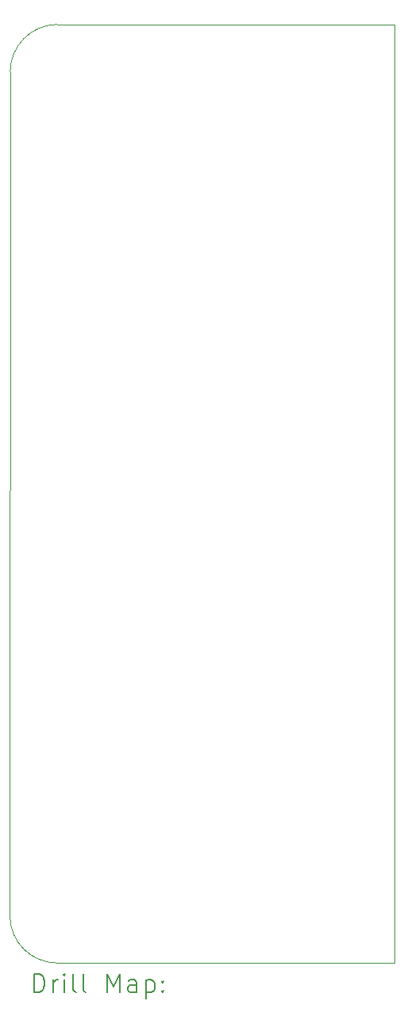
<source format=gbr>
%TF.GenerationSoftware,KiCad,Pcbnew,8.0.7*%
%TF.CreationDate,2025-01-16T17:26:47-05:00*%
%TF.ProjectId,simple_ide,73696d70-6c65-45f6-9964-652e6b696361,rev?*%
%TF.SameCoordinates,Original*%
%TF.FileFunction,Drillmap*%
%TF.FilePolarity,Positive*%
%FSLAX45Y45*%
G04 Gerber Fmt 4.5, Leading zero omitted, Abs format (unit mm)*
G04 Created by KiCad (PCBNEW 8.0.7) date 2025-01-16 17:26:47*
%MOMM*%
%LPD*%
G01*
G04 APERTURE LIST*
%ADD10C,0.050000*%
%ADD11C,0.200000*%
G04 APERTURE END LIST*
D10*
X14297761Y-4000221D02*
G75*
G02*
X14797689Y-3496938I508529J-5199D01*
G01*
X18400000Y-13500000D02*
X14800000Y-13500000D01*
X18400000Y-3500000D02*
X18400000Y-13500000D01*
X14800000Y-13500000D02*
G75*
G02*
X14295332Y-13000021I0J504690D01*
G01*
X14297446Y-3999989D02*
X14295197Y-13000010D01*
X18399234Y-3500000D02*
X14797689Y-3496933D01*
D11*
X14553474Y-13813984D02*
X14553474Y-13613984D01*
X14553474Y-13613984D02*
X14601093Y-13613984D01*
X14601093Y-13613984D02*
X14629664Y-13623508D01*
X14629664Y-13623508D02*
X14648712Y-13642555D01*
X14648712Y-13642555D02*
X14658236Y-13661603D01*
X14658236Y-13661603D02*
X14667760Y-13699698D01*
X14667760Y-13699698D02*
X14667760Y-13728269D01*
X14667760Y-13728269D02*
X14658236Y-13766365D01*
X14658236Y-13766365D02*
X14648712Y-13785412D01*
X14648712Y-13785412D02*
X14629664Y-13804460D01*
X14629664Y-13804460D02*
X14601093Y-13813984D01*
X14601093Y-13813984D02*
X14553474Y-13813984D01*
X14753474Y-13813984D02*
X14753474Y-13680650D01*
X14753474Y-13718746D02*
X14762998Y-13699698D01*
X14762998Y-13699698D02*
X14772521Y-13690174D01*
X14772521Y-13690174D02*
X14791569Y-13680650D01*
X14791569Y-13680650D02*
X14810617Y-13680650D01*
X14877283Y-13813984D02*
X14877283Y-13680650D01*
X14877283Y-13613984D02*
X14867760Y-13623508D01*
X14867760Y-13623508D02*
X14877283Y-13633031D01*
X14877283Y-13633031D02*
X14886807Y-13623508D01*
X14886807Y-13623508D02*
X14877283Y-13613984D01*
X14877283Y-13613984D02*
X14877283Y-13633031D01*
X15001093Y-13813984D02*
X14982045Y-13804460D01*
X14982045Y-13804460D02*
X14972521Y-13785412D01*
X14972521Y-13785412D02*
X14972521Y-13613984D01*
X15105855Y-13813984D02*
X15086807Y-13804460D01*
X15086807Y-13804460D02*
X15077283Y-13785412D01*
X15077283Y-13785412D02*
X15077283Y-13613984D01*
X15334426Y-13813984D02*
X15334426Y-13613984D01*
X15334426Y-13613984D02*
X15401093Y-13756841D01*
X15401093Y-13756841D02*
X15467760Y-13613984D01*
X15467760Y-13613984D02*
X15467760Y-13813984D01*
X15648712Y-13813984D02*
X15648712Y-13709222D01*
X15648712Y-13709222D02*
X15639188Y-13690174D01*
X15639188Y-13690174D02*
X15620141Y-13680650D01*
X15620141Y-13680650D02*
X15582045Y-13680650D01*
X15582045Y-13680650D02*
X15562998Y-13690174D01*
X15648712Y-13804460D02*
X15629664Y-13813984D01*
X15629664Y-13813984D02*
X15582045Y-13813984D01*
X15582045Y-13813984D02*
X15562998Y-13804460D01*
X15562998Y-13804460D02*
X15553474Y-13785412D01*
X15553474Y-13785412D02*
X15553474Y-13766365D01*
X15553474Y-13766365D02*
X15562998Y-13747317D01*
X15562998Y-13747317D02*
X15582045Y-13737793D01*
X15582045Y-13737793D02*
X15629664Y-13737793D01*
X15629664Y-13737793D02*
X15648712Y-13728269D01*
X15743950Y-13680650D02*
X15743950Y-13880650D01*
X15743950Y-13690174D02*
X15762998Y-13680650D01*
X15762998Y-13680650D02*
X15801093Y-13680650D01*
X15801093Y-13680650D02*
X15820141Y-13690174D01*
X15820141Y-13690174D02*
X15829664Y-13699698D01*
X15829664Y-13699698D02*
X15839188Y-13718746D01*
X15839188Y-13718746D02*
X15839188Y-13775888D01*
X15839188Y-13775888D02*
X15829664Y-13794936D01*
X15829664Y-13794936D02*
X15820141Y-13804460D01*
X15820141Y-13804460D02*
X15801093Y-13813984D01*
X15801093Y-13813984D02*
X15762998Y-13813984D01*
X15762998Y-13813984D02*
X15743950Y-13804460D01*
X15924902Y-13794936D02*
X15934426Y-13804460D01*
X15934426Y-13804460D02*
X15924902Y-13813984D01*
X15924902Y-13813984D02*
X15915379Y-13804460D01*
X15915379Y-13804460D02*
X15924902Y-13794936D01*
X15924902Y-13794936D02*
X15924902Y-13813984D01*
X15924902Y-13690174D02*
X15934426Y-13699698D01*
X15934426Y-13699698D02*
X15924902Y-13709222D01*
X15924902Y-13709222D02*
X15915379Y-13699698D01*
X15915379Y-13699698D02*
X15924902Y-13690174D01*
X15924902Y-13690174D02*
X15924902Y-13709222D01*
M02*

</source>
